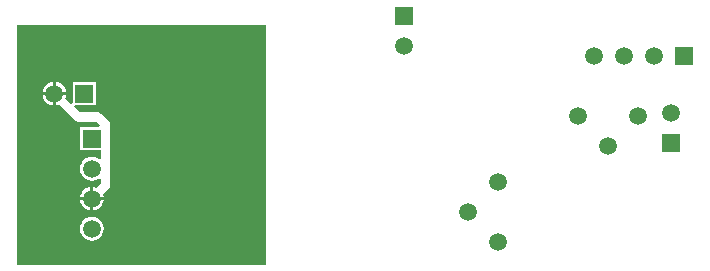
<source format=gbl>
G04 Layer_Physical_Order=2*
G04 Layer_Color=16711680*
%FSLAX25Y25*%
%MOIN*%
G70*
G01*
G75*
%ADD17C,0.05906*%
%ADD18R,0.05906X0.05906*%
%ADD19R,0.05906X0.05906*%
G36*
X528000Y105000D02*
X445000D01*
Y185000D01*
X528000D01*
Y105000D01*
D02*
G37*
%LPC*%
G36*
X458000Y165921D02*
Y162500D01*
X461421D01*
X461351Y163032D01*
X460953Y163993D01*
X460319Y164819D01*
X459493Y165453D01*
X458532Y165851D01*
X458000Y165921D01*
D02*
G37*
G36*
X457000D02*
X456468Y165851D01*
X455507Y165453D01*
X454681Y164819D01*
X454047Y163993D01*
X453649Y163032D01*
X453579Y162500D01*
X457000D01*
Y165921D01*
D02*
G37*
G36*
X471453Y165953D02*
X463547D01*
Y158769D01*
X463085Y158578D01*
X461159Y160504D01*
X461351Y160968D01*
X461421Y161500D01*
X458000D01*
Y158079D01*
X458532Y158149D01*
X458996Y158341D01*
X464219Y153119D01*
X464715Y152787D01*
X465300Y152671D01*
X471367D01*
X472584Y151453D01*
X472377Y150953D01*
X466047D01*
Y143047D01*
X472971D01*
Y140333D01*
X472471Y140087D01*
X471993Y140453D01*
X471032Y140851D01*
X470000Y140987D01*
X468968Y140851D01*
X468007Y140453D01*
X467181Y139819D01*
X466547Y138993D01*
X466149Y138032D01*
X466013Y137000D01*
X466149Y135968D01*
X466547Y135007D01*
X467181Y134181D01*
X468007Y133547D01*
X468968Y133149D01*
X470000Y133013D01*
X471032Y133149D01*
X471993Y133547D01*
X472471Y133913D01*
X472971Y133667D01*
Y132133D01*
X471496Y130659D01*
X471032Y130851D01*
X470500Y130921D01*
Y127500D01*
X473921D01*
X473851Y128032D01*
X473659Y128496D01*
X475581Y130419D01*
X475913Y130915D01*
X476029Y131500D01*
Y151700D01*
X475913Y152285D01*
X475581Y152781D01*
X473081Y155281D01*
X472585Y155613D01*
X472000Y155729D01*
X465934D01*
X464078Y157585D01*
X464269Y158047D01*
X471453D01*
Y165953D01*
D02*
G37*
G36*
X457000Y161500D02*
X453579D01*
X453649Y160968D01*
X454047Y160007D01*
X454681Y159181D01*
X455507Y158547D01*
X456468Y158149D01*
X457000Y158079D01*
Y161500D01*
D02*
G37*
G36*
X469500Y130921D02*
X468968Y130851D01*
X468007Y130453D01*
X467181Y129819D01*
X466547Y128993D01*
X466149Y128032D01*
X466079Y127500D01*
X469500D01*
Y130921D01*
D02*
G37*
G36*
X473921Y126500D02*
X470500D01*
Y123079D01*
X471032Y123149D01*
X471993Y123547D01*
X472819Y124181D01*
X473453Y125007D01*
X473851Y125968D01*
X473921Y126500D01*
D02*
G37*
G36*
X469500D02*
X466079D01*
X466149Y125968D01*
X466547Y125007D01*
X467181Y124181D01*
X468007Y123547D01*
X468968Y123149D01*
X469500Y123079D01*
Y126500D01*
D02*
G37*
G36*
X470000Y120987D02*
X468968Y120851D01*
X468007Y120453D01*
X467181Y119819D01*
X466547Y118993D01*
X466149Y118032D01*
X466013Y117000D01*
X466149Y115968D01*
X466547Y115007D01*
X467181Y114181D01*
X468007Y113547D01*
X468968Y113149D01*
X470000Y113013D01*
X471032Y113149D01*
X471993Y113547D01*
X472819Y114181D01*
X473453Y115007D01*
X473851Y115968D01*
X473987Y117000D01*
X473851Y118032D01*
X473453Y118993D01*
X472819Y119819D01*
X471993Y120453D01*
X471032Y120851D01*
X470000Y120987D01*
D02*
G37*
%LPD*%
D17*
X457500Y162000D02*
D03*
X470000Y117000D02*
D03*
Y127000D02*
D03*
Y137000D02*
D03*
X637500Y174500D02*
D03*
X647500D02*
D03*
X657500D02*
D03*
X574000Y178000D02*
D03*
X663000Y155500D02*
D03*
X652000Y154500D02*
D03*
X642000Y144500D02*
D03*
X632000Y154500D02*
D03*
X605500Y112500D02*
D03*
X595500Y122500D02*
D03*
X605500Y132500D02*
D03*
D18*
X467500Y162000D02*
D03*
X667500Y174500D02*
D03*
D19*
X470000Y147000D02*
D03*
X574000Y188000D02*
D03*
X663000Y145500D02*
D03*
M02*

</source>
